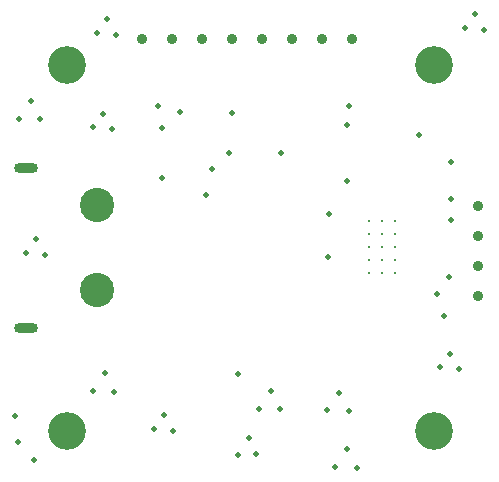
<source format=gbr>
%TF.GenerationSoftware,Altium Limited,Altium Designer,22.8.2 (66)*%
G04 Layer_Color=0*
%FSLAX45Y45*%
%MOMM*%
%TF.SameCoordinates,C69CFF7D-580E-4D1C-BBFF-10AAE48A081B*%
%TF.FilePolarity,Positive*%
%TF.FileFunction,Plated,1,2,PTH,Drill*%
%TF.Part,Single*%
G01*
G75*
%TA.AperFunction,ComponentDrill*%
%ADD57C,0.90000*%
%ADD58O,2.00000X0.90000*%
%ADD59C,2.90000*%
%TA.AperFunction,OtherDrill,Pad Free-1 (15.5mm,15.5mm)*%
%ADD60C,3.20000*%
%TA.AperFunction,OtherDrill,Pad Free-1 (-15.5mm,15.5mm)*%
%ADD61C,3.20000*%
%TA.AperFunction,OtherDrill,Pad Free-1 (15.5mm,-15.5mm)*%
%ADD62C,3.20000*%
%TA.AperFunction,OtherDrill,Pad Free-1 (-15.5mm,-15.5mm)*%
%ADD63C,3.20000*%
%TA.AperFunction,ComponentDrill*%
%ADD64C,0.90000*%
%TA.AperFunction,ViaDrill,NotFilled*%
%ADD65C,0.50000*%
%ADD66C,0.30000*%
D57*
X-921000Y1770000D02*
D03*
X-667000D02*
D03*
X-413000D02*
D03*
X-159000D02*
D03*
X95000D02*
D03*
X349000D02*
D03*
X603000D02*
D03*
X857000D02*
D03*
D58*
X-1900000Y675000D02*
D03*
Y-675000D02*
D03*
D59*
X-1300000Y360000D02*
D03*
Y-360000D02*
D03*
D60*
X1550000Y1550000D02*
D03*
D61*
X-1550000D02*
D03*
D62*
X1550000Y-1550000D02*
D03*
D63*
X-1550000D02*
D03*
D64*
X1930000Y353000D02*
D03*
Y99000D02*
D03*
Y-155000D02*
D03*
Y-409000D02*
D03*
D65*
X172667Y-1212775D02*
D03*
X71708Y-1361489D02*
D03*
X252667Y-1367775D02*
D03*
X-1233715Y-1063526D02*
D03*
X-1334674Y-1212241D02*
D03*
X-1153715Y-1218527D02*
D03*
X-1859412Y1244088D02*
D03*
X-1960370Y1095374D02*
D03*
X-1779411Y1089088D02*
D03*
X750000Y-1225000D02*
D03*
X649042Y-1373715D02*
D03*
X830000Y-1380001D02*
D03*
X1700000Y235000D02*
D03*
X1685000Y-250000D02*
D03*
X1580000Y-390000D02*
D03*
X-105000Y-1070000D02*
D03*
X1429612Y959247D02*
D03*
X-322173Y670471D02*
D03*
X-155000Y1140000D02*
D03*
X1639473Y-580627D02*
D03*
X1695000Y415000D02*
D03*
X-185000Y800000D02*
D03*
X660000Y-75000D02*
D03*
X-600000Y1150000D02*
D03*
X-750000Y1015000D02*
D03*
X-785000Y1200000D02*
D03*
X1904037Y1976155D02*
D03*
X1819037Y1861155D02*
D03*
X1979951Y1844141D02*
D03*
X-1217243Y1934950D02*
D03*
X-1302244Y1819950D02*
D03*
X-1141329Y1802935D02*
D03*
X-1248147Y1136603D02*
D03*
X-1333147Y1021603D02*
D03*
X-1172233Y1004588D02*
D03*
X-1965000Y-1645000D02*
D03*
X-1995000Y-1420000D02*
D03*
X-1830000Y-1795000D02*
D03*
X-1815000Y75000D02*
D03*
X-1900000Y-40000D02*
D03*
X-1739086Y-57015D02*
D03*
X1690000Y-895000D02*
D03*
X1605000Y-1010000D02*
D03*
X1765914Y-1027015D02*
D03*
X-735000Y-1415000D02*
D03*
X-820000Y-1530000D02*
D03*
X-659086Y-1547015D02*
D03*
X46059Y-1749076D02*
D03*
X-106762Y-1754736D02*
D03*
X-16202Y-1613235D02*
D03*
X900000Y-1860000D02*
D03*
X719041Y-1853714D02*
D03*
X820000Y-1705000D02*
D03*
X836926Y1205219D02*
D03*
X1700000Y725000D02*
D03*
X-745000Y590000D02*
D03*
X815000Y1040000D02*
D03*
X820000Y570000D02*
D03*
X255000Y805000D02*
D03*
X665000Y285000D02*
D03*
X-380000Y450000D02*
D03*
D66*
X1007500Y-212500D02*
D03*
Y227500D02*
D03*
X1117500D02*
D03*
X1227500D02*
D03*
X1007500Y117500D02*
D03*
X1117500D02*
D03*
X1227500D02*
D03*
X1007500Y7500D02*
D03*
X1117500D02*
D03*
X1227500D02*
D03*
X1007500Y-102500D02*
D03*
X1117500D02*
D03*
X1227500D02*
D03*
X1117500Y-212500D02*
D03*
X1227500D02*
D03*
%TF.MD5,329c211ec60c06a409e989be7ee3b9db*%
M02*

</source>
